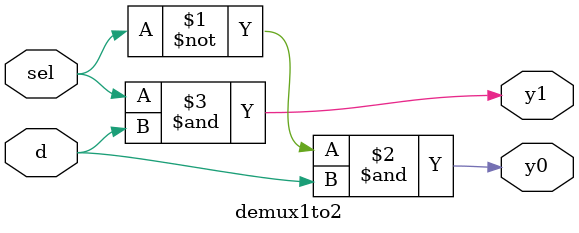
<source format=v>
module demux1to2(input d, input sel, output y0, output y1);
    assign y0 = (~sel) & d;
    assign y1 = sel & d;
endmodule



</source>
